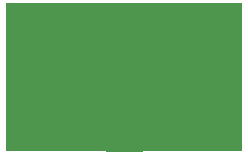
<source format=gbr>
G04 #@! TF.FileFunction,Copper,L2,Bot,Signal*
%FSLAX46Y46*%
G04 Gerber Fmt 4.6, Leading zero omitted, Abs format (unit mm)*
G04 Created by KiCad (PCBNEW 4.0.1-stable) date 6/17/2016 12:44:14 AM*
%MOMM*%
G01*
G04 APERTURE LIST*
%ADD10C,0.100000*%
%ADD11C,1.000000*%
%ADD12R,20.000000X12.500000*%
%ADD13C,0.254000*%
G04 APERTURE END LIST*
D10*
D11*
X160000000Y-109800000D03*
D12*
X160000000Y-106750000D03*
D13*
G36*
X161548000Y-112873000D02*
X158452000Y-112873000D01*
X158452000Y-106702000D01*
X161548000Y-106702000D01*
X161548000Y-112873000D01*
X161548000Y-112873000D01*
G37*
X161548000Y-112873000D02*
X158452000Y-112873000D01*
X158452000Y-106702000D01*
X161548000Y-106702000D01*
X161548000Y-112873000D01*
M02*

</source>
